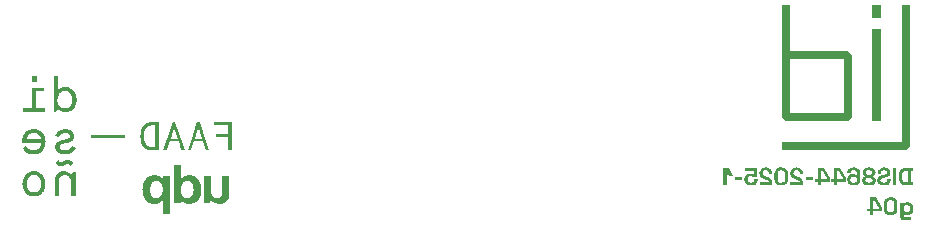
<source format=gbr>
%TF.GenerationSoftware,KiCad,Pcbnew,9.0.2*%
%TF.CreationDate,2025-06-20T15:29:42-04:00*%
%TF.ProjectId,proyecto02,70726f79-6563-4746-9f30-322e6b696361,rev?*%
%TF.SameCoordinates,Original*%
%TF.FileFunction,Legend,Bot*%
%TF.FilePolarity,Positive*%
%FSLAX46Y46*%
G04 Gerber Fmt 4.6, Leading zero omitted, Abs format (unit mm)*
G04 Created by KiCad (PCBNEW 9.0.2) date 2025-06-20 15:29:42*
%MOMM*%
%LPD*%
G01*
G04 APERTURE LIST*
%ADD10C,0.000000*%
%ADD11C,0.300000*%
G04 APERTURE END LIST*
D10*
G36*
X40202438Y-107500000D02*
G01*
X39750000Y-107500000D01*
X39750000Y-107023750D01*
X40202438Y-107023750D01*
X40202438Y-107500000D01*
G37*
G36*
X42035352Y-114120010D02*
G01*
X42035285Y-114119875D01*
X42035523Y-114119875D01*
X42035352Y-114120010D01*
G37*
G36*
X42809312Y-114091364D02*
G01*
X42835178Y-114092703D01*
X42860885Y-114095086D01*
X42886382Y-114098515D01*
X42911616Y-114102993D01*
X42936536Y-114108521D01*
X42961090Y-114115100D01*
X42985226Y-114122733D01*
X43008892Y-114131420D01*
X43032035Y-114141163D01*
X43054604Y-114151965D01*
X43076547Y-114163827D01*
X43097812Y-114176750D01*
X43118347Y-114190736D01*
X43138100Y-114205787D01*
X43157018Y-114221904D01*
X43175051Y-114239089D01*
X43192146Y-114257344D01*
X43208251Y-114276671D01*
X43223314Y-114297070D01*
X43237283Y-114318544D01*
X43250106Y-114341095D01*
X43261731Y-114364724D01*
X43272107Y-114389432D01*
X43023504Y-114573265D01*
X42988500Y-114561596D01*
X42973586Y-114535570D01*
X42958534Y-114512587D01*
X42943350Y-114492516D01*
X42928036Y-114475223D01*
X42912595Y-114460576D01*
X42897031Y-114448440D01*
X42881347Y-114438684D01*
X42865546Y-114431175D01*
X42849631Y-114425779D01*
X42833605Y-114422363D01*
X42817472Y-114420795D01*
X42801236Y-114420942D01*
X42784898Y-114422670D01*
X42768463Y-114425847D01*
X42751934Y-114430340D01*
X42735313Y-114436016D01*
X42718605Y-114442741D01*
X42701812Y-114450384D01*
X42667984Y-114467888D01*
X42599455Y-114508052D01*
X42564806Y-114528584D01*
X42529933Y-114547998D01*
X42494864Y-114565230D01*
X42477264Y-114572696D01*
X42459624Y-114579218D01*
X42432781Y-114587822D01*
X42406148Y-114595375D01*
X42379734Y-114601879D01*
X42353550Y-114607337D01*
X42327604Y-114611750D01*
X42301906Y-114615120D01*
X42276465Y-114617451D01*
X42251291Y-114618743D01*
X42226392Y-114619000D01*
X42201779Y-114618224D01*
X42177460Y-114616416D01*
X42153446Y-114613579D01*
X42129745Y-114609716D01*
X42106366Y-114604828D01*
X42083320Y-114598918D01*
X42060616Y-114591988D01*
X42038262Y-114584039D01*
X42016269Y-114575076D01*
X41994645Y-114565099D01*
X41973400Y-114554110D01*
X41952544Y-114542113D01*
X41932086Y-114529109D01*
X41912034Y-114515101D01*
X41892399Y-114500090D01*
X41873191Y-114484079D01*
X41854417Y-114467070D01*
X41836088Y-114449066D01*
X41818213Y-114430069D01*
X41800802Y-114410080D01*
X41783863Y-114389102D01*
X41767406Y-114367138D01*
X41751441Y-114344189D01*
X42035352Y-114120010D01*
X42050766Y-114150985D01*
X42066353Y-114178562D01*
X42082048Y-114202758D01*
X42097847Y-114223729D01*
X42113750Y-114241627D01*
X42129756Y-114256607D01*
X42145864Y-114268824D01*
X42162072Y-114278429D01*
X42178379Y-114285579D01*
X42194783Y-114290426D01*
X42211285Y-114293125D01*
X42227882Y-114293828D01*
X42244573Y-114292692D01*
X42261357Y-114289868D01*
X42278232Y-114285512D01*
X42295198Y-114279776D01*
X42312254Y-114272816D01*
X42329398Y-114264784D01*
X42363944Y-114246123D01*
X42398828Y-114225025D01*
X42434040Y-114202720D01*
X42469570Y-114180441D01*
X42505409Y-114159418D01*
X42541546Y-114140882D01*
X42559723Y-114132932D01*
X42577972Y-114126066D01*
X42602924Y-114118075D01*
X42628185Y-114111114D01*
X42653704Y-114105185D01*
X42679428Y-114100288D01*
X42705306Y-114096427D01*
X42731285Y-114093602D01*
X42757314Y-114091816D01*
X42783340Y-114091069D01*
X42809312Y-114091364D01*
G37*
G36*
X40821563Y-108285812D02*
G01*
X40131000Y-108285812D01*
X40131000Y-109666937D01*
X40893000Y-109666937D01*
X40893000Y-110000313D01*
X38988001Y-110000313D01*
X38988001Y-109666937D01*
X39773813Y-109666937D01*
X39773813Y-107976250D01*
X40821563Y-107976250D01*
X40821563Y-108285812D01*
G37*
G36*
X42529441Y-115046407D02*
G01*
X42573552Y-115050899D01*
X42617375Y-115057863D01*
X42660777Y-115067297D01*
X42703620Y-115079200D01*
X42745771Y-115093572D01*
X42787094Y-115110412D01*
X42827452Y-115129717D01*
X42866711Y-115151489D01*
X42904736Y-115175725D01*
X42941391Y-115202424D01*
X42976541Y-115231586D01*
X43010050Y-115263209D01*
X43041782Y-115297293D01*
X43071604Y-115333836D01*
X43095606Y-115294842D01*
X43121551Y-115254410D01*
X43147853Y-115214587D01*
X43172926Y-115177418D01*
X43213050Y-115119223D01*
X43229243Y-115096188D01*
X43464511Y-115096188D01*
X43464511Y-117120250D01*
X43085654Y-117120250D01*
X43085654Y-116032971D01*
X43083519Y-115961152D01*
X43080852Y-115926464D01*
X43077117Y-115892621D01*
X43072315Y-115859647D01*
X43066448Y-115827564D01*
X43059513Y-115796397D01*
X43051513Y-115766167D01*
X43042447Y-115736899D01*
X43032314Y-115708616D01*
X43021117Y-115681340D01*
X43008853Y-115655095D01*
X42995525Y-115629905D01*
X42981131Y-115605791D01*
X42965673Y-115582778D01*
X42949149Y-115560889D01*
X42931561Y-115540147D01*
X42912909Y-115520575D01*
X42893192Y-115502196D01*
X42872412Y-115485033D01*
X42850567Y-115469111D01*
X42827659Y-115454451D01*
X42803687Y-115441077D01*
X42778652Y-115429013D01*
X42752554Y-115418281D01*
X42725392Y-115408904D01*
X42697168Y-115400907D01*
X42667881Y-115394312D01*
X42637532Y-115389141D01*
X42606120Y-115385420D01*
X42573646Y-115383170D01*
X42540110Y-115382415D01*
X42497194Y-115383970D01*
X42454657Y-115388650D01*
X42412830Y-115396476D01*
X42392286Y-115401575D01*
X42372043Y-115407470D01*
X42352141Y-115414161D01*
X42332624Y-115421653D01*
X42313530Y-115429948D01*
X42294903Y-115439048D01*
X42276782Y-115448956D01*
X42259210Y-115459676D01*
X42242227Y-115471208D01*
X42225875Y-115483558D01*
X42210195Y-115496726D01*
X42195227Y-115510716D01*
X42181014Y-115525530D01*
X42167596Y-115541172D01*
X42155015Y-115557643D01*
X42143312Y-115574947D01*
X42132528Y-115593086D01*
X42122704Y-115612063D01*
X42113881Y-115631881D01*
X42106101Y-115652542D01*
X42099405Y-115674049D01*
X42093834Y-115696405D01*
X42089430Y-115719612D01*
X42086233Y-115743674D01*
X42084284Y-115768592D01*
X42083625Y-115794370D01*
X42083625Y-117120250D01*
X41726438Y-117120250D01*
X41726318Y-117120369D01*
X41726197Y-117120487D01*
X41726197Y-115772225D01*
X41726772Y-115744693D01*
X41728462Y-115717642D01*
X41731217Y-115691070D01*
X41734986Y-115664978D01*
X41739717Y-115639367D01*
X41745360Y-115614235D01*
X41751864Y-115589584D01*
X41759178Y-115565412D01*
X41767251Y-115541721D01*
X41776033Y-115518509D01*
X41785471Y-115495777D01*
X41795515Y-115473526D01*
X41806115Y-115451754D01*
X41817219Y-115430463D01*
X41828777Y-115409651D01*
X41840737Y-115389320D01*
X41866860Y-115349153D01*
X41895133Y-115311476D01*
X41925421Y-115276288D01*
X41957589Y-115243587D01*
X41991500Y-115213373D01*
X42027020Y-115185645D01*
X42064013Y-115160401D01*
X42102343Y-115137640D01*
X42141876Y-115117362D01*
X42182476Y-115099565D01*
X42224008Y-115084249D01*
X42266335Y-115071413D01*
X42309324Y-115061055D01*
X42352838Y-115053174D01*
X42396742Y-115047770D01*
X42440901Y-115044842D01*
X42485179Y-115044388D01*
X42529441Y-115046407D01*
G37*
G36*
X42715425Y-111478971D02*
G01*
X42782343Y-111487731D01*
X42847705Y-111500954D01*
X42911068Y-111518657D01*
X42971991Y-111540852D01*
X43030030Y-111567555D01*
X43084743Y-111598781D01*
X43135686Y-111634543D01*
X43182418Y-111674856D01*
X43224496Y-111719735D01*
X43261477Y-111769195D01*
X43292919Y-111823249D01*
X43318378Y-111881912D01*
X43337412Y-111945200D01*
X43349579Y-112013126D01*
X43354436Y-112085704D01*
X43351540Y-112162951D01*
X43340449Y-112244879D01*
X43336512Y-112263312D01*
X43331516Y-112281287D01*
X43325506Y-112298808D01*
X43318525Y-112315876D01*
X43310616Y-112332493D01*
X43301825Y-112348664D01*
X43292193Y-112364389D01*
X43281766Y-112379673D01*
X43270587Y-112394517D01*
X43258700Y-112408924D01*
X43232975Y-112436438D01*
X43204943Y-112462236D01*
X43174953Y-112486338D01*
X43143355Y-112508767D01*
X43110501Y-112529541D01*
X43076739Y-112548684D01*
X43042421Y-112566215D01*
X43007896Y-112582155D01*
X42973515Y-112596525D01*
X42939628Y-112609347D01*
X42906585Y-112620641D01*
X42883563Y-112627565D01*
X42858219Y-112634261D01*
X42801434Y-112647180D01*
X42669562Y-112672581D01*
X42524875Y-112700170D01*
X42452073Y-112715824D01*
X42381282Y-112733273D01*
X42363586Y-112738379D01*
X42346157Y-112744174D01*
X42329034Y-112750636D01*
X42312258Y-112757745D01*
X42295872Y-112765482D01*
X42279916Y-112773824D01*
X42264431Y-112782753D01*
X42249458Y-112792246D01*
X42235038Y-112802285D01*
X42221212Y-112812848D01*
X42208022Y-112823915D01*
X42195508Y-112835465D01*
X42183712Y-112847478D01*
X42172675Y-112859934D01*
X42162437Y-112872811D01*
X42153039Y-112886090D01*
X42144524Y-112899750D01*
X42136931Y-112913770D01*
X42130303Y-112928130D01*
X42124679Y-112942809D01*
X42120102Y-112957788D01*
X42116611Y-112973045D01*
X42114249Y-112988559D01*
X42113057Y-113004312D01*
X42113074Y-113020281D01*
X42114343Y-113036447D01*
X42116905Y-113052788D01*
X42120800Y-113069285D01*
X42126070Y-113085918D01*
X42132756Y-113102664D01*
X42140898Y-113119505D01*
X42150539Y-113136419D01*
X42166081Y-113158495D01*
X42184196Y-113178503D01*
X42204712Y-113196493D01*
X42227455Y-113212519D01*
X42252253Y-113226632D01*
X42278933Y-113238883D01*
X42307322Y-113249326D01*
X42337247Y-113258012D01*
X42368536Y-113264993D01*
X42401015Y-113270321D01*
X42434512Y-113274047D01*
X42468855Y-113276225D01*
X42539384Y-113276141D01*
X42611220Y-113270484D01*
X42682981Y-113259670D01*
X42753285Y-113244116D01*
X42820748Y-113224235D01*
X42883989Y-113200446D01*
X42941625Y-113173162D01*
X42967909Y-113158340D01*
X42992274Y-113142801D01*
X43014546Y-113126596D01*
X43034554Y-113109777D01*
X43052123Y-113092397D01*
X43067082Y-113074507D01*
X43083092Y-113052433D01*
X43098235Y-113030256D01*
X43112468Y-113007873D01*
X43119230Y-112996572D01*
X43125749Y-112985180D01*
X43132020Y-112973685D01*
X43138037Y-112962074D01*
X43143796Y-112950334D01*
X43149290Y-112938452D01*
X43154515Y-112926414D01*
X43159466Y-112914210D01*
X43164137Y-112901824D01*
X43168522Y-112889245D01*
X43168763Y-112889243D01*
X43494994Y-113056408D01*
X43482712Y-113083536D01*
X43467104Y-113114360D01*
X43444958Y-113153950D01*
X43431380Y-113176389D01*
X43416103Y-113200248D01*
X43399107Y-113225270D01*
X43380370Y-113251198D01*
X43359871Y-113277774D01*
X43337588Y-113304743D01*
X43313500Y-113331846D01*
X43287587Y-113358826D01*
X43245311Y-113397446D01*
X43199004Y-113433048D01*
X43149032Y-113465594D01*
X43095761Y-113495049D01*
X43039556Y-113521376D01*
X42980783Y-113544538D01*
X42919809Y-113564498D01*
X42856998Y-113581221D01*
X42792716Y-113594669D01*
X42727330Y-113604805D01*
X42661204Y-113611594D01*
X42594705Y-113614997D01*
X42528198Y-113614980D01*
X42462050Y-113611505D01*
X42396625Y-113604536D01*
X42332289Y-113594035D01*
X42269409Y-113579967D01*
X42208350Y-113562294D01*
X42149478Y-113540981D01*
X42093158Y-113515990D01*
X42039756Y-113487284D01*
X41989639Y-113454828D01*
X41943171Y-113418585D01*
X41900718Y-113378517D01*
X41862646Y-113334589D01*
X41829321Y-113286763D01*
X41801109Y-113235004D01*
X41778375Y-113179274D01*
X41761486Y-113119536D01*
X41750806Y-113055755D01*
X41746701Y-112987894D01*
X41749538Y-112915915D01*
X41755827Y-112866556D01*
X41765733Y-112820666D01*
X41779073Y-112778091D01*
X41795665Y-112738676D01*
X41815324Y-112702265D01*
X41837870Y-112668706D01*
X41863119Y-112637843D01*
X41890888Y-112609522D01*
X41920995Y-112583588D01*
X41953257Y-112559887D01*
X41987491Y-112538265D01*
X42023515Y-112518566D01*
X42100202Y-112484321D01*
X42181854Y-112455916D01*
X42267012Y-112432116D01*
X42354213Y-112411684D01*
X42528899Y-112375980D01*
X42613461Y-112358236D01*
X42694220Y-112338915D01*
X42769715Y-112316781D01*
X42838484Y-112290598D01*
X42863081Y-112278710D01*
X42885507Y-112265741D01*
X42905800Y-112251779D01*
X42923998Y-112236913D01*
X42940138Y-112221231D01*
X42954260Y-112204821D01*
X42966399Y-112187772D01*
X42976595Y-112170171D01*
X42984885Y-112152108D01*
X42991307Y-112133670D01*
X42995898Y-112114945D01*
X42998697Y-112096023D01*
X42999742Y-112076991D01*
X42999070Y-112057937D01*
X42996719Y-112038951D01*
X42992727Y-112020119D01*
X42987132Y-112001531D01*
X42979972Y-111983275D01*
X42971284Y-111965439D01*
X42961107Y-111948111D01*
X42949478Y-111931380D01*
X42936435Y-111915334D01*
X42922015Y-111900061D01*
X42906258Y-111885649D01*
X42889200Y-111872188D01*
X42870880Y-111859764D01*
X42851335Y-111848467D01*
X42830603Y-111838384D01*
X42808723Y-111829605D01*
X42785731Y-111822217D01*
X42761665Y-111816308D01*
X42736565Y-111811968D01*
X42704989Y-111808080D01*
X42674233Y-111805211D01*
X42644278Y-111803360D01*
X42615109Y-111802526D01*
X42586707Y-111802709D01*
X42559058Y-111803907D01*
X42532142Y-111806119D01*
X42505945Y-111809345D01*
X42480448Y-111813583D01*
X42455635Y-111818834D01*
X42431489Y-111825095D01*
X42407993Y-111832365D01*
X42385130Y-111840645D01*
X42362884Y-111849933D01*
X42341237Y-111860228D01*
X42320173Y-111871529D01*
X42299675Y-111883835D01*
X42279726Y-111897146D01*
X42260309Y-111911460D01*
X42241407Y-111926777D01*
X42223003Y-111943096D01*
X42205080Y-111960415D01*
X42187622Y-111978734D01*
X42170612Y-111998051D01*
X42154033Y-112018367D01*
X42137867Y-112039680D01*
X42122099Y-112061989D01*
X42106710Y-112085293D01*
X42077007Y-112134883D01*
X42048621Y-112188443D01*
X41755252Y-112027233D01*
X41758935Y-112015754D01*
X41763816Y-112002105D01*
X41770967Y-111983804D01*
X41780575Y-111961318D01*
X41792822Y-111935111D01*
X41807894Y-111905651D01*
X41816546Y-111889847D01*
X41825974Y-111873403D01*
X41863110Y-111816943D01*
X41905330Y-111764729D01*
X41952191Y-111716776D01*
X42003250Y-111673098D01*
X42058066Y-111633710D01*
X42116196Y-111598627D01*
X42177196Y-111567863D01*
X42240624Y-111541432D01*
X42306037Y-111519349D01*
X42372994Y-111501628D01*
X42441050Y-111488285D01*
X42509764Y-111479333D01*
X42578693Y-111474787D01*
X42647394Y-111474662D01*
X42715425Y-111478971D01*
G37*
G36*
X40914633Y-116122400D02*
G01*
X40910383Y-116222161D01*
X40898632Y-116321047D01*
X40879330Y-116418275D01*
X40852426Y-116513059D01*
X40817871Y-116604613D01*
X40775614Y-116692153D01*
X40725605Y-116774892D01*
X40667794Y-116852046D01*
X40602130Y-116922828D01*
X40528563Y-116986455D01*
X40447043Y-117042139D01*
X40357521Y-117089097D01*
X40259944Y-117126542D01*
X40154264Y-117153690D01*
X40040430Y-117169755D01*
X39918392Y-117173951D01*
X39788099Y-117165493D01*
X39683193Y-117147544D01*
X39585356Y-117118518D01*
X39494623Y-117079213D01*
X39411029Y-117030427D01*
X39334610Y-116972958D01*
X39265402Y-116907605D01*
X39203439Y-116835164D01*
X39148756Y-116756435D01*
X39101390Y-116672215D01*
X39061375Y-116583303D01*
X39028746Y-116490495D01*
X39003540Y-116394592D01*
X38985791Y-116296389D01*
X38975535Y-116196687D01*
X38973820Y-116133594D01*
X39337455Y-116133594D01*
X39338101Y-116182417D01*
X39340835Y-116230406D01*
X39345682Y-116277446D01*
X39352663Y-116323422D01*
X39361802Y-116368219D01*
X39373123Y-116411721D01*
X39386647Y-116453814D01*
X39402399Y-116494381D01*
X39420401Y-116533307D01*
X39440677Y-116570478D01*
X39463249Y-116605778D01*
X39488141Y-116639091D01*
X39515375Y-116670303D01*
X39544976Y-116699298D01*
X39576966Y-116725961D01*
X39611368Y-116750176D01*
X39648205Y-116771829D01*
X39687500Y-116790803D01*
X39729277Y-116806985D01*
X39773559Y-116820257D01*
X39820368Y-116830506D01*
X39869728Y-116837615D01*
X39921662Y-116841470D01*
X39976193Y-116841956D01*
X40033344Y-116838956D01*
X40093139Y-116832356D01*
X40148610Y-116821108D01*
X40200462Y-116803493D01*
X40248703Y-116779928D01*
X40293340Y-116750832D01*
X40334383Y-116716623D01*
X40371839Y-116677718D01*
X40405717Y-116634535D01*
X40436024Y-116587493D01*
X40462769Y-116537009D01*
X40485960Y-116483501D01*
X40505606Y-116427387D01*
X40521714Y-116369085D01*
X40534292Y-116309013D01*
X40543350Y-116247589D01*
X40548894Y-116185231D01*
X40550934Y-116122357D01*
X40549478Y-116059384D01*
X40544533Y-115996730D01*
X40536108Y-115934815D01*
X40524211Y-115874054D01*
X40508850Y-115814867D01*
X40490033Y-115757671D01*
X40467770Y-115702885D01*
X40442067Y-115650925D01*
X40412933Y-115602211D01*
X40380376Y-115557159D01*
X40344405Y-115516188D01*
X40305027Y-115479717D01*
X40262252Y-115448161D01*
X40216086Y-115421941D01*
X40166538Y-115401473D01*
X40113617Y-115387176D01*
X40113617Y-115387413D01*
X40080590Y-115381348D01*
X40047919Y-115376633D01*
X40015634Y-115373260D01*
X39983763Y-115371224D01*
X39952334Y-115370517D01*
X39921378Y-115371133D01*
X39890921Y-115373065D01*
X39860994Y-115376307D01*
X39831624Y-115380852D01*
X39802840Y-115386692D01*
X39774672Y-115393822D01*
X39747148Y-115402235D01*
X39720297Y-115411924D01*
X39694147Y-115422883D01*
X39668727Y-115435104D01*
X39644066Y-115448582D01*
X39620192Y-115463309D01*
X39597135Y-115479278D01*
X39574923Y-115496484D01*
X39553585Y-115514919D01*
X39533150Y-115534578D01*
X39513646Y-115555452D01*
X39495101Y-115577535D01*
X39477546Y-115600822D01*
X39461008Y-115625304D01*
X39445516Y-115650976D01*
X39431099Y-115677831D01*
X39417786Y-115705861D01*
X39405605Y-115735062D01*
X39394586Y-115765424D01*
X39384756Y-115796943D01*
X39376145Y-115829612D01*
X39364745Y-115881014D01*
X39355294Y-115932275D01*
X39347817Y-115983279D01*
X39342336Y-116033910D01*
X39338874Y-116084053D01*
X39337455Y-116133594D01*
X38973820Y-116133594D01*
X38972806Y-116096281D01*
X38977641Y-115995972D01*
X38990075Y-115896556D01*
X39010142Y-115798832D01*
X39037879Y-115703597D01*
X39073320Y-115611651D01*
X39116501Y-115523790D01*
X39167457Y-115440813D01*
X39226224Y-115363518D01*
X39292837Y-115292703D01*
X39367331Y-115229166D01*
X39449741Y-115173706D01*
X39540103Y-115127119D01*
X39638452Y-115090204D01*
X39744823Y-115063760D01*
X39859253Y-115048584D01*
X39981775Y-115045475D01*
X40112425Y-115055229D01*
X40214662Y-115073848D01*
X40310151Y-115103374D01*
X40398842Y-115143021D01*
X40480686Y-115192004D01*
X40555631Y-115249539D01*
X40623628Y-115314838D01*
X40684626Y-115387118D01*
X40738575Y-115465593D01*
X40785426Y-115549477D01*
X40825127Y-115637986D01*
X40857628Y-115730333D01*
X40882879Y-115825733D01*
X40900831Y-115923401D01*
X40911432Y-116022552D01*
X40914631Y-116122357D01*
X40914633Y-116122400D01*
G37*
G36*
X40909432Y-112336317D02*
G01*
X40919633Y-112425199D01*
X40923717Y-112514838D01*
X40921725Y-112604656D01*
X40913696Y-112694077D01*
X40899666Y-112782524D01*
X40879677Y-112869422D01*
X40853765Y-112954193D01*
X40821971Y-113036261D01*
X40784333Y-113115051D01*
X40740889Y-113189984D01*
X40691678Y-113260486D01*
X40636740Y-113325978D01*
X40576112Y-113385886D01*
X40509834Y-113439632D01*
X40437944Y-113486640D01*
X40360482Y-113526333D01*
X40277485Y-113558135D01*
X40188993Y-113581470D01*
X40095045Y-113595762D01*
X40009868Y-113602799D01*
X39926126Y-113606649D01*
X39844061Y-113606874D01*
X39763913Y-113603032D01*
X39724634Y-113599449D01*
X39685924Y-113594683D01*
X39647814Y-113588681D01*
X39610334Y-113581388D01*
X39573515Y-113572747D01*
X39537385Y-113562705D01*
X39501976Y-113551206D01*
X39467318Y-113538195D01*
X39433440Y-113523617D01*
X39400373Y-113507417D01*
X39368146Y-113489541D01*
X39336791Y-113469932D01*
X39306337Y-113448537D01*
X39276814Y-113425299D01*
X39248253Y-113400164D01*
X39220683Y-113373078D01*
X39194135Y-113343984D01*
X39168639Y-113312828D01*
X39144224Y-113279555D01*
X39120922Y-113244110D01*
X39098762Y-113206437D01*
X39077774Y-113166483D01*
X39057989Y-113124191D01*
X39039436Y-113079507D01*
X39034673Y-113046883D01*
X39307089Y-112907343D01*
X39335864Y-112964279D01*
X39368235Y-113016407D01*
X39403911Y-113063788D01*
X39442599Y-113106481D01*
X39484005Y-113144548D01*
X39527837Y-113178047D01*
X39573802Y-113207040D01*
X39621607Y-113231587D01*
X39670959Y-113251748D01*
X39721567Y-113267583D01*
X39773135Y-113279152D01*
X39825373Y-113286517D01*
X39877986Y-113289736D01*
X39930683Y-113288870D01*
X39983170Y-113283981D01*
X40035155Y-113275126D01*
X40086344Y-113262368D01*
X40136446Y-113245767D01*
X40185166Y-113225382D01*
X40232213Y-113201273D01*
X40277292Y-113173502D01*
X40320113Y-113142128D01*
X40360381Y-113107212D01*
X40397804Y-113068813D01*
X40432089Y-113026993D01*
X40462944Y-112981811D01*
X40490074Y-112933328D01*
X40513189Y-112881603D01*
X40531994Y-112826698D01*
X40546197Y-112768672D01*
X40555505Y-112707586D01*
X40559625Y-112643500D01*
X38971334Y-112643500D01*
X38965731Y-112587697D01*
X38962067Y-112525486D01*
X38960797Y-112447106D01*
X38961756Y-112403425D01*
X38964148Y-112357587D01*
X38968253Y-112310221D01*
X38968265Y-112310125D01*
X39345188Y-112310125D01*
X40535812Y-112310125D01*
X40525749Y-112250213D01*
X40510187Y-112193946D01*
X40489501Y-112141344D01*
X40464065Y-112092432D01*
X40434253Y-112047229D01*
X40400442Y-112005760D01*
X40363006Y-111968045D01*
X40322319Y-111934107D01*
X40278757Y-111903968D01*
X40232693Y-111877650D01*
X40184504Y-111855175D01*
X40134563Y-111836565D01*
X40083246Y-111821843D01*
X40030928Y-111811030D01*
X39977982Y-111804149D01*
X39924785Y-111801222D01*
X39871710Y-111802270D01*
X39819133Y-111807317D01*
X39767428Y-111816383D01*
X39716970Y-111829491D01*
X39668135Y-111846664D01*
X39621296Y-111867923D01*
X39576829Y-111893290D01*
X39535108Y-111922788D01*
X39496508Y-111956439D01*
X39461405Y-111994265D01*
X39430172Y-112036287D01*
X39403185Y-112082528D01*
X39380818Y-112133010D01*
X39363446Y-112187756D01*
X39351445Y-112246787D01*
X39345188Y-112310125D01*
X38968265Y-112310125D01*
X38974348Y-112261956D01*
X38982711Y-112213421D01*
X38993622Y-112165243D01*
X39007358Y-112118052D01*
X39024198Y-112072476D01*
X39041230Y-112026257D01*
X39060224Y-111981981D01*
X39081112Y-111939638D01*
X39103824Y-111899221D01*
X39128292Y-111860718D01*
X39154448Y-111824123D01*
X39182224Y-111789424D01*
X39211550Y-111756614D01*
X39242359Y-111725683D01*
X39274582Y-111696622D01*
X39308150Y-111669421D01*
X39342996Y-111644073D01*
X39379050Y-111620566D01*
X39416244Y-111598894D01*
X39454510Y-111579046D01*
X39493780Y-111561013D01*
X39575055Y-111530357D01*
X39659521Y-111506852D01*
X39746632Y-111490427D01*
X39835839Y-111481007D01*
X39926595Y-111478520D01*
X40018351Y-111482894D01*
X40110562Y-111494055D01*
X40202678Y-111511930D01*
X40295908Y-111538526D01*
X40382518Y-111573373D01*
X40462547Y-111615893D01*
X40536035Y-111665510D01*
X40603019Y-111721648D01*
X40663539Y-111783730D01*
X40717633Y-111851180D01*
X40765341Y-111923421D01*
X40806700Y-111999876D01*
X40841750Y-112079970D01*
X40870530Y-112163126D01*
X40893078Y-112248767D01*
X40904539Y-112310125D01*
X40909432Y-112336317D01*
G37*
G36*
X43552498Y-108966314D02*
G01*
X43548741Y-109073947D01*
X43536563Y-109180723D01*
X43516007Y-109285671D01*
X43487118Y-109387818D01*
X43449942Y-109486192D01*
X43404522Y-109579821D01*
X43350904Y-109667734D01*
X43289132Y-109748957D01*
X43219250Y-109822518D01*
X43141304Y-109887446D01*
X43055339Y-109942769D01*
X42961397Y-109987513D01*
X42859525Y-110020708D01*
X42749767Y-110041380D01*
X42632168Y-110048558D01*
X42506772Y-110041270D01*
X42462809Y-110035153D01*
X42421139Y-110027285D01*
X42381537Y-110017718D01*
X42343779Y-110006504D01*
X42307642Y-109993692D01*
X42272900Y-109979337D01*
X42239329Y-109963488D01*
X42206705Y-109946199D01*
X42174804Y-109927519D01*
X42143402Y-109907501D01*
X42112273Y-109886197D01*
X42081195Y-109863659D01*
X42049942Y-109839936D01*
X42018290Y-109815083D01*
X41952893Y-109762187D01*
X41838832Y-110003646D01*
X41607375Y-110000313D01*
X41607373Y-110000313D01*
X41607218Y-109008076D01*
X41932624Y-109008076D01*
X41938203Y-109083277D01*
X41949718Y-109157514D01*
X41967159Y-109230087D01*
X41990514Y-109300296D01*
X42019770Y-109367440D01*
X42054917Y-109430820D01*
X42095941Y-109489737D01*
X42142833Y-109543489D01*
X42195579Y-109591377D01*
X42254168Y-109632701D01*
X42318589Y-109666762D01*
X42388830Y-109692859D01*
X42464878Y-109710292D01*
X42546723Y-109718361D01*
X42634352Y-109716367D01*
X42727754Y-109703609D01*
X42784693Y-109689119D01*
X42838028Y-109668349D01*
X42887737Y-109641724D01*
X42933800Y-109609674D01*
X42976197Y-109572625D01*
X43014908Y-109531006D01*
X43049911Y-109485242D01*
X43081187Y-109435763D01*
X43108714Y-109382995D01*
X43132474Y-109327366D01*
X43152444Y-109269303D01*
X43168605Y-109209233D01*
X43180936Y-109147586D01*
X43189417Y-109084786D01*
X43194027Y-109021264D01*
X43194746Y-108957444D01*
X43191553Y-108893756D01*
X43184428Y-108830627D01*
X43173351Y-108768483D01*
X43158301Y-108707754D01*
X43139257Y-108648865D01*
X43116200Y-108592245D01*
X43089108Y-108538320D01*
X43057961Y-108487520D01*
X43022740Y-108440270D01*
X42983422Y-108396998D01*
X42939989Y-108358133D01*
X42892419Y-108324101D01*
X42840691Y-108295330D01*
X42784787Y-108272247D01*
X42724684Y-108255279D01*
X42660364Y-108244855D01*
X42569355Y-108240294D01*
X42484472Y-108245968D01*
X42405701Y-108261176D01*
X42333032Y-108285219D01*
X42266452Y-108317397D01*
X42205950Y-108357010D01*
X42151514Y-108403358D01*
X42103132Y-108455741D01*
X42060793Y-108513460D01*
X42024484Y-108575813D01*
X41994195Y-108642102D01*
X41969913Y-108711626D01*
X41951626Y-108783685D01*
X41939324Y-108857580D01*
X41932994Y-108932610D01*
X41932624Y-109008076D01*
X41607218Y-109008076D01*
X41606897Y-106954456D01*
X41964561Y-106952313D01*
X41964561Y-108190562D01*
X42014453Y-108146378D01*
X42066780Y-108102434D01*
X42093851Y-108080982D01*
X42121524Y-108060108D01*
X42149797Y-108039983D01*
X42178666Y-108020779D01*
X42208129Y-108002670D01*
X42238184Y-107985826D01*
X42268829Y-107970421D01*
X42300061Y-107956627D01*
X42331878Y-107944616D01*
X42364277Y-107934561D01*
X42397255Y-107926633D01*
X42430811Y-107921005D01*
X42567875Y-107910127D01*
X42695803Y-107913947D01*
X42814640Y-107931492D01*
X42924429Y-107961791D01*
X43025217Y-108003872D01*
X43117046Y-108056763D01*
X43199963Y-108119491D01*
X43274012Y-108191083D01*
X43339236Y-108270569D01*
X43395682Y-108356976D01*
X43443394Y-108449332D01*
X43482415Y-108546664D01*
X43512792Y-108648000D01*
X43534568Y-108752369D01*
X43547789Y-108858797D01*
X43552110Y-108957444D01*
X43552498Y-108966314D01*
G37*
G36*
X47680514Y-112204397D02*
G01*
X44750149Y-112204397D01*
X44750149Y-111951984D01*
X47680514Y-111951984D01*
X47680514Y-112204397D01*
G37*
G36*
X50515156Y-113258815D02*
G01*
X49823640Y-113258815D01*
X49777996Y-113257596D01*
X49733114Y-113253954D01*
X49689040Y-113247914D01*
X49645817Y-113239501D01*
X49603492Y-113228740D01*
X49562109Y-113215655D01*
X49521714Y-113200272D01*
X49482351Y-113182615D01*
X49444066Y-113162709D01*
X49406903Y-113140578D01*
X49370908Y-113116248D01*
X49336125Y-113089743D01*
X49302600Y-113061088D01*
X49270378Y-113030307D01*
X49239504Y-112997426D01*
X49210022Y-112962469D01*
X49181978Y-112925461D01*
X49155417Y-112886427D01*
X49130384Y-112845391D01*
X49106924Y-112802378D01*
X49085082Y-112757414D01*
X49064903Y-112710522D01*
X49046432Y-112661728D01*
X49029714Y-112611056D01*
X49014794Y-112558531D01*
X49001717Y-112504178D01*
X48990529Y-112448022D01*
X48981273Y-112390087D01*
X48973997Y-112330398D01*
X48968743Y-112268980D01*
X48965558Y-112205858D01*
X48964486Y-112141056D01*
X48964486Y-112034375D01*
X49245234Y-112034375D01*
X49245234Y-112128911D01*
X49248511Y-112227377D01*
X49258158Y-112320596D01*
X49273896Y-112408413D01*
X49283963Y-112450250D01*
X49295449Y-112490678D01*
X49308319Y-112529681D01*
X49322538Y-112567238D01*
X49338072Y-112603331D01*
X49354885Y-112637941D01*
X49372944Y-112671047D01*
X49392214Y-112702633D01*
X49412660Y-112732677D01*
X49434246Y-112761162D01*
X49456939Y-112788068D01*
X49480704Y-112813377D01*
X49505506Y-112837068D01*
X49531310Y-112859124D01*
X49558082Y-112879525D01*
X49585786Y-112898251D01*
X49614389Y-112915285D01*
X49643856Y-112930607D01*
X49674151Y-112944197D01*
X49705240Y-112956037D01*
X49737089Y-112966108D01*
X49769662Y-112974390D01*
X49802925Y-112980865D01*
X49836844Y-112985514D01*
X49871383Y-112988317D01*
X49906508Y-112989256D01*
X50217260Y-112989256D01*
X50217260Y-111174030D01*
X49906508Y-111174030D01*
X49871383Y-111174968D01*
X49836844Y-111177771D01*
X49802925Y-111182420D01*
X49769662Y-111188895D01*
X49737089Y-111197178D01*
X49705240Y-111207248D01*
X49674151Y-111219089D01*
X49643856Y-111232679D01*
X49614389Y-111248001D01*
X49585786Y-111265034D01*
X49558082Y-111283761D01*
X49531310Y-111304162D01*
X49505506Y-111326217D01*
X49480704Y-111349909D01*
X49456939Y-111375217D01*
X49434246Y-111402124D01*
X49412660Y-111430609D01*
X49392214Y-111460653D01*
X49372944Y-111492238D01*
X49354885Y-111525345D01*
X49338072Y-111559955D01*
X49322538Y-111596048D01*
X49308319Y-111633605D01*
X49295449Y-111672607D01*
X49283963Y-111713036D01*
X49273896Y-111754873D01*
X49265283Y-111798097D01*
X49258158Y-111842691D01*
X49252556Y-111888634D01*
X49248511Y-111935909D01*
X49246059Y-111984495D01*
X49245234Y-112034375D01*
X48964486Y-112034375D01*
X48964486Y-112017946D01*
X48968743Y-111889983D01*
X48981274Y-111768847D01*
X49001717Y-111654736D01*
X49014794Y-111600376D01*
X49029714Y-111547846D01*
X49046432Y-111497171D01*
X49064903Y-111448375D01*
X49085082Y-111401483D01*
X49106924Y-111356520D01*
X49130384Y-111313510D01*
X49155418Y-111272477D01*
X49181979Y-111233447D01*
X49210022Y-111196444D01*
X49239504Y-111161493D01*
X49270379Y-111128619D01*
X49302601Y-111097845D01*
X49336126Y-111069197D01*
X49370908Y-111042699D01*
X49406904Y-111018376D01*
X49444066Y-110996253D01*
X49482352Y-110976354D01*
X49521715Y-110958703D01*
X49562110Y-110943326D01*
X49603493Y-110930248D01*
X49645818Y-110919491D01*
X49689040Y-110911083D01*
X49733115Y-110905046D01*
X49777997Y-110901406D01*
X49823641Y-110900187D01*
X49823640Y-110899949D01*
X50515156Y-110899949D01*
X50515156Y-112989256D01*
X50515156Y-113258815D01*
G37*
G36*
X52733527Y-113258815D02*
G01*
X52422060Y-113258815D01*
X52185126Y-112533724D01*
X51429317Y-112533724D01*
X51192382Y-113258815D01*
X50880915Y-113258815D01*
X51218350Y-112295839D01*
X51506946Y-112295839D01*
X52107259Y-112295839D01*
X51812698Y-111394773D01*
X51801268Y-111394773D01*
X51506946Y-112295839D01*
X51218350Y-112295839D01*
X51534092Y-111394773D01*
X51533853Y-111394772D01*
X51707208Y-110899949D01*
X51906996Y-110899949D01*
X52080350Y-111394772D01*
X52396092Y-112295839D01*
X52733527Y-113258815D01*
G37*
G36*
X54803548Y-113258815D02*
G01*
X54492081Y-113258815D01*
X54255146Y-112533724D01*
X53499338Y-112533724D01*
X53262403Y-113258815D01*
X52950936Y-113258815D01*
X53288371Y-112295839D01*
X53576966Y-112295839D01*
X54177279Y-112295839D01*
X53882719Y-111394773D01*
X53871288Y-111394773D01*
X53576966Y-112295839D01*
X53288371Y-112295839D01*
X53604113Y-111394773D01*
X53603875Y-111394772D01*
X53777229Y-110899949D01*
X53977016Y-110899949D01*
X54150372Y-111394772D01*
X54466113Y-112295839D01*
X54803548Y-113258815D01*
G37*
G36*
X56695927Y-113258815D02*
G01*
X56398271Y-113258815D01*
X56398271Y-112182013D01*
X55395288Y-112182013D01*
X55395288Y-111924125D01*
X56398271Y-111924125D01*
X56398271Y-111178793D01*
X55215504Y-111178793D01*
X55215504Y-110899949D01*
X56695927Y-110899949D01*
X56695927Y-113258815D01*
G37*
G36*
X51477180Y-118694732D02*
G01*
X50857102Y-118694732D01*
X50857102Y-117489105D01*
X50847815Y-117489105D01*
X50807035Y-117534787D01*
X50766176Y-117576144D01*
X50725173Y-117613366D01*
X50683959Y-117646643D01*
X50642468Y-117676166D01*
X50600632Y-117702124D01*
X50558385Y-117724707D01*
X50515661Y-117744107D01*
X50472392Y-117760512D01*
X50428513Y-117774113D01*
X50383956Y-117785100D01*
X50338656Y-117793663D01*
X50292544Y-117799992D01*
X50245556Y-117804277D01*
X50197623Y-117806709D01*
X50148681Y-117807478D01*
X50080197Y-117805785D01*
X50014472Y-117800774D01*
X49951466Y-117792541D01*
X49891142Y-117781185D01*
X49833460Y-117766804D01*
X49778384Y-117749494D01*
X49725873Y-117729354D01*
X49675891Y-117706483D01*
X49628398Y-117680977D01*
X49583358Y-117652935D01*
X49540730Y-117622454D01*
X49500477Y-117589632D01*
X49462562Y-117554568D01*
X49426944Y-117517358D01*
X49393587Y-117478102D01*
X49362451Y-117436896D01*
X49333500Y-117393838D01*
X49306693Y-117349027D01*
X49281994Y-117302560D01*
X49259363Y-117254535D01*
X49238763Y-117205050D01*
X49220154Y-117154202D01*
X49203500Y-117102090D01*
X49188762Y-117048812D01*
X49164878Y-116939146D01*
X49148197Y-116825988D01*
X49138414Y-116710121D01*
X49135221Y-116592327D01*
X49782921Y-116592327D01*
X49784323Y-116651670D01*
X49788699Y-116713237D01*
X49796307Y-116776193D01*
X49807403Y-116839702D01*
X49822244Y-116902928D01*
X49841087Y-116965038D01*
X49864188Y-117025196D01*
X49891804Y-117082567D01*
X49907385Y-117109946D01*
X49924191Y-117136316D01*
X49942255Y-117161571D01*
X49961608Y-117185607D01*
X49982282Y-117208321D01*
X50004309Y-117229607D01*
X50027722Y-117249361D01*
X50052553Y-117267479D01*
X50078833Y-117283856D01*
X50106595Y-117298389D01*
X50135871Y-117310972D01*
X50166693Y-117321501D01*
X50199093Y-117329872D01*
X50233103Y-117335980D01*
X50268755Y-117339722D01*
X50306082Y-117340993D01*
X50343474Y-117339776D01*
X50379320Y-117336187D01*
X50413641Y-117330321D01*
X50446463Y-117322272D01*
X50477808Y-117312134D01*
X50507700Y-117300001D01*
X50536162Y-117285966D01*
X50563219Y-117270124D01*
X50588895Y-117252570D01*
X50613211Y-117233396D01*
X50636193Y-117212697D01*
X50657864Y-117190568D01*
X50678247Y-117167101D01*
X50697367Y-117142392D01*
X50715246Y-117116534D01*
X50731909Y-117089622D01*
X50747378Y-117061749D01*
X50761679Y-117033009D01*
X50774834Y-117003496D01*
X50786866Y-116973306D01*
X50797801Y-116942530D01*
X50807660Y-116911265D01*
X50824249Y-116847638D01*
X50836823Y-116783179D01*
X50845570Y-116718639D01*
X50850679Y-116654771D01*
X50852340Y-116592327D01*
X50850473Y-116530035D01*
X50844789Y-116466598D01*
X50835168Y-116402728D01*
X50821488Y-116339137D01*
X50803628Y-116276538D01*
X50781467Y-116215643D01*
X50754882Y-116157166D01*
X50723753Y-116101819D01*
X50706446Y-116075542D01*
X50687958Y-116050315D01*
X50668273Y-116026226D01*
X50647376Y-116003365D01*
X50625252Y-115981822D01*
X50601886Y-115961684D01*
X50577262Y-115943041D01*
X50551365Y-115925983D01*
X50524181Y-115910598D01*
X50495694Y-115896975D01*
X50465888Y-115885203D01*
X50434749Y-115875372D01*
X50402262Y-115867571D01*
X50368411Y-115861888D01*
X50333181Y-115858414D01*
X50296677Y-115857239D01*
X50259892Y-115858467D01*
X50224665Y-115862095D01*
X50191080Y-115868021D01*
X50159104Y-115876144D01*
X50128703Y-115886366D01*
X50099845Y-115898587D01*
X50072497Y-115912708D01*
X50046625Y-115928628D01*
X50022198Y-115946250D01*
X49999181Y-115965473D01*
X49977542Y-115986198D01*
X49957247Y-116008326D01*
X49938265Y-116031757D01*
X49920561Y-116056391D01*
X49904102Y-116082130D01*
X49888857Y-116108874D01*
X49874791Y-116136523D01*
X49861872Y-116164979D01*
X49850066Y-116194141D01*
X49839341Y-116223911D01*
X49829664Y-116254188D01*
X49821001Y-116284874D01*
X49806588Y-116347073D01*
X49795838Y-116409714D01*
X49788486Y-116471999D01*
X49784268Y-116533135D01*
X49782921Y-116592327D01*
X49135221Y-116592327D01*
X49138410Y-116474690D01*
X49148170Y-116359268D01*
X49164785Y-116246803D01*
X49188542Y-116138036D01*
X49219726Y-116033709D01*
X49258622Y-115934563D01*
X49281052Y-115887165D01*
X49305517Y-115841340D01*
X49332053Y-115797182D01*
X49360695Y-115754782D01*
X49391480Y-115714233D01*
X49424444Y-115675629D01*
X49459621Y-115639062D01*
X49497047Y-115604624D01*
X49536759Y-115572409D01*
X49578792Y-115542509D01*
X49623182Y-115515016D01*
X49669964Y-115490024D01*
X49719174Y-115467625D01*
X49770848Y-115447911D01*
X49825021Y-115430977D01*
X49881730Y-115416913D01*
X49941009Y-115405813D01*
X50002896Y-115397770D01*
X50067424Y-115392876D01*
X50134631Y-115391224D01*
X50201779Y-115393046D01*
X50265918Y-115398424D01*
X50327096Y-115407222D01*
X50385362Y-115419308D01*
X50440765Y-115434547D01*
X50493354Y-115452806D01*
X50543177Y-115473950D01*
X50590284Y-115497845D01*
X50634722Y-115524358D01*
X50676542Y-115553354D01*
X50715792Y-115584700D01*
X50752521Y-115618262D01*
X50786777Y-115653905D01*
X50818610Y-115691496D01*
X50848068Y-115730901D01*
X50875200Y-115771986D01*
X50884725Y-115771986D01*
X50884725Y-115445041D01*
X51477180Y-115445041D01*
X51477180Y-116592327D01*
X51477180Y-118694732D01*
G37*
G36*
X54102170Y-116711064D02*
G01*
X54092395Y-116827448D01*
X54075755Y-116940955D01*
X54051966Y-117050822D01*
X54020743Y-117156286D01*
X53981801Y-117256583D01*
X53959347Y-117304555D01*
X53934856Y-117350950D01*
X53908293Y-117395671D01*
X53879623Y-117438624D01*
X53848810Y-117479712D01*
X53815818Y-117518841D01*
X53780611Y-117555915D01*
X53743155Y-117590839D01*
X53703414Y-117623518D01*
X53661351Y-117653855D01*
X53616932Y-117681755D01*
X53570120Y-117707124D01*
X53520881Y-117729866D01*
X53469179Y-117749885D01*
X53414977Y-117767085D01*
X53358241Y-117781373D01*
X53298935Y-117792651D01*
X53237023Y-117800825D01*
X53172471Y-117805800D01*
X53105241Y-117807479D01*
X53051073Y-117806419D01*
X52997813Y-117803194D01*
X52945508Y-117797739D01*
X52894206Y-117789988D01*
X52843954Y-117779875D01*
X52794801Y-117767333D01*
X52746794Y-117752298D01*
X52699981Y-117734702D01*
X52654410Y-117714481D01*
X52610129Y-117691568D01*
X52567185Y-117665897D01*
X52525626Y-117637402D01*
X52485500Y-117606018D01*
X52446854Y-117571678D01*
X52409737Y-117534317D01*
X52374197Y-117493869D01*
X52365148Y-117493869D01*
X52365148Y-117753662D01*
X52365148Y-117753900D01*
X51763167Y-117753900D01*
X51763928Y-116592802D01*
X52387532Y-116592802D01*
X52389141Y-116654419D01*
X52394108Y-116717668D01*
X52402642Y-116781775D01*
X52414954Y-116845966D01*
X52431253Y-116909468D01*
X52451751Y-116971507D01*
X52476656Y-117031310D01*
X52506178Y-117088102D01*
X52522737Y-117115127D01*
X52540528Y-117141110D01*
X52559579Y-117165954D01*
X52579916Y-117189561D01*
X52601565Y-117211835D01*
X52624551Y-117232680D01*
X52648902Y-117251999D01*
X52674644Y-117269695D01*
X52701803Y-117285671D01*
X52730405Y-117299830D01*
X52760476Y-117312077D01*
X52792043Y-117322314D01*
X52825131Y-117330444D01*
X52859768Y-117336371D01*
X52895979Y-117339998D01*
X52933791Y-117341229D01*
X52971536Y-117339985D01*
X53007554Y-117336319D01*
X53041880Y-117330330D01*
X53074547Y-117322118D01*
X53105591Y-117311783D01*
X53135046Y-117299422D01*
X53162947Y-117285137D01*
X53189329Y-117269025D01*
X53214226Y-117251187D01*
X53237673Y-117231721D01*
X53259706Y-117210727D01*
X53280357Y-117188305D01*
X53299664Y-117164554D01*
X53317659Y-117139572D01*
X53334377Y-117113460D01*
X53349855Y-117086316D01*
X53364125Y-117058240D01*
X53377223Y-117029332D01*
X53389184Y-116999690D01*
X53400041Y-116969414D01*
X53409831Y-116938604D01*
X53418588Y-116907358D01*
X53433139Y-116843957D01*
X53443974Y-116780006D01*
X53451369Y-116716300D01*
X53455602Y-116653634D01*
X53456952Y-116592802D01*
X53457189Y-116592802D01*
X53455842Y-116533493D01*
X53451624Y-116472269D01*
X53444272Y-116409923D01*
X53433522Y-116347247D01*
X53419109Y-116285032D01*
X53400769Y-116224071D01*
X53378238Y-116165157D01*
X53351253Y-116109081D01*
X53336008Y-116082355D01*
X53319549Y-116056635D01*
X53301845Y-116032021D01*
X53282863Y-116008612D01*
X53262568Y-115986507D01*
X53240929Y-115965804D01*
X53217912Y-115946603D01*
X53193484Y-115929003D01*
X53167613Y-115913102D01*
X53140265Y-115899001D01*
X53111407Y-115886797D01*
X53081006Y-115876590D01*
X53049030Y-115868479D01*
X53015445Y-115862562D01*
X52980218Y-115858940D01*
X52943316Y-115857711D01*
X52906294Y-115858903D01*
X52870717Y-115862419D01*
X52836566Y-115868166D01*
X52803825Y-115876053D01*
X52772475Y-115885988D01*
X52742499Y-115897879D01*
X52713880Y-115911634D01*
X52686599Y-115927161D01*
X52660639Y-115944369D01*
X52635982Y-115963166D01*
X52612611Y-115983460D01*
X52590508Y-116005159D01*
X52569656Y-116028172D01*
X52550036Y-116052405D01*
X52531631Y-116077769D01*
X52514423Y-116104170D01*
X52498395Y-116131517D01*
X52483529Y-116159719D01*
X52469808Y-116188682D01*
X52457213Y-116218316D01*
X52445727Y-116248529D01*
X52435333Y-116279229D01*
X52417748Y-116341722D01*
X52404317Y-116405060D01*
X52394898Y-116468509D01*
X52389350Y-116531335D01*
X52387532Y-116592802D01*
X51763928Y-116592802D01*
X51765310Y-114483016D01*
X52385388Y-114483016D01*
X52383484Y-115714122D01*
X52392294Y-115714122D01*
X52427464Y-115674276D01*
X52463471Y-115637144D01*
X52500403Y-115602707D01*
X52538351Y-115570945D01*
X52577401Y-115541839D01*
X52617645Y-115515368D01*
X52659170Y-115491512D01*
X52702065Y-115470252D01*
X52746420Y-115451568D01*
X52792324Y-115435439D01*
X52839864Y-115421846D01*
X52889131Y-115410769D01*
X52940213Y-115402188D01*
X52993200Y-115396084D01*
X53048179Y-115392436D01*
X53105241Y-115391224D01*
X53172450Y-115392865D01*
X53236984Y-115397726D01*
X53298880Y-115405717D01*
X53358173Y-115416747D01*
X53414898Y-115430727D01*
X53469090Y-115447566D01*
X53520786Y-115467173D01*
X53570020Y-115489458D01*
X53616828Y-115514331D01*
X53661245Y-115541701D01*
X53703308Y-115571477D01*
X53743050Y-115603570D01*
X53780509Y-115637888D01*
X53815719Y-115674342D01*
X53848715Y-115712840D01*
X53879534Y-115753293D01*
X53908210Y-115795611D01*
X53934779Y-115839702D01*
X53959277Y-115885476D01*
X53981738Y-115932843D01*
X54002199Y-115981712D01*
X54020695Y-116031993D01*
X54037261Y-116083596D01*
X54051932Y-116136429D01*
X54064745Y-116190404D01*
X54075735Y-116245428D01*
X54092385Y-116358266D01*
X54102168Y-116474220D01*
X54105365Y-116592566D01*
X54105359Y-116592802D01*
X54102170Y-116711064D01*
G37*
G36*
X54923087Y-116574706D02*
G01*
X54924285Y-116632092D01*
X54928129Y-116692624D01*
X54934993Y-116755357D01*
X54945251Y-116819346D01*
X54959278Y-116883646D01*
X54977448Y-116947312D01*
X55000135Y-117009400D01*
X55027713Y-117068964D01*
X55043453Y-117097504D01*
X55060557Y-117125059D01*
X55079071Y-117151511D01*
X55099041Y-117176741D01*
X55120515Y-117200632D01*
X55143540Y-117223064D01*
X55168161Y-117243921D01*
X55194426Y-117263084D01*
X55222383Y-117280435D01*
X55252076Y-117295856D01*
X55283554Y-117309228D01*
X55316863Y-117320434D01*
X55352050Y-117329355D01*
X55389162Y-117335874D01*
X55428244Y-117339871D01*
X55469346Y-117341230D01*
X55505488Y-117340130D01*
X55539399Y-117336888D01*
X55571150Y-117331591D01*
X55600812Y-117324328D01*
X55628456Y-117315185D01*
X55654153Y-117304250D01*
X55677975Y-117291612D01*
X55699992Y-117277357D01*
X55720275Y-117261573D01*
X55738896Y-117244348D01*
X55755925Y-117225770D01*
X55771434Y-117205925D01*
X55785493Y-117184902D01*
X55798175Y-117162788D01*
X55809549Y-117139670D01*
X55819687Y-117115637D01*
X55828660Y-117090776D01*
X55836539Y-117065174D01*
X55843395Y-117038920D01*
X55849299Y-117012100D01*
X55854322Y-116984802D01*
X55858536Y-116957115D01*
X55864819Y-116900919D01*
X55868716Y-116844215D01*
X55870795Y-116787702D01*
X55871776Y-116678053D01*
X55871776Y-115445042D01*
X56491854Y-115445042D01*
X56491854Y-116901891D01*
X56488962Y-116997805D01*
X56480212Y-117090187D01*
X56465496Y-117178672D01*
X56444705Y-117262892D01*
X56431998Y-117303288D01*
X56417731Y-117342481D01*
X56401890Y-117380425D01*
X56384463Y-117417073D01*
X56365436Y-117452381D01*
X56344795Y-117486301D01*
X56322526Y-117518789D01*
X56298616Y-117549799D01*
X56273051Y-117579284D01*
X56245817Y-117607199D01*
X56216902Y-117633497D01*
X56186291Y-117658135D01*
X56153971Y-117681064D01*
X56119928Y-117702240D01*
X56084149Y-117721617D01*
X56046620Y-117739148D01*
X56007327Y-117754789D01*
X55966257Y-117768493D01*
X55923396Y-117780215D01*
X55878731Y-117789908D01*
X55832247Y-117797526D01*
X55783932Y-117803025D01*
X55733772Y-117806358D01*
X55681753Y-117807479D01*
X55621687Y-117805814D01*
X55562955Y-117800882D01*
X55505591Y-117792774D01*
X55449629Y-117781583D01*
X55395103Y-117767400D01*
X55342047Y-117750318D01*
X55290493Y-117730429D01*
X55240477Y-117707824D01*
X55192033Y-117682596D01*
X55145193Y-117654837D01*
X55099991Y-117624640D01*
X55056463Y-117592095D01*
X55014640Y-117557296D01*
X54974558Y-117520334D01*
X54936250Y-117481302D01*
X54899750Y-117440291D01*
X54890226Y-117440291D01*
X54890226Y-117753901D01*
X54302295Y-117753901D01*
X54302295Y-115445041D01*
X54302533Y-115445041D01*
X54923087Y-115445041D01*
X54923087Y-116574706D01*
G37*
G36*
X109241701Y-110418558D02*
G01*
X108865702Y-110794556D01*
X103622904Y-110794556D01*
X103246905Y-110418558D01*
X103246905Y-110418320D01*
X103246903Y-110418319D01*
X103246905Y-110418318D01*
X103248502Y-105559618D01*
X103964374Y-105559618D01*
X103964374Y-110079945D01*
X108527326Y-110079945D01*
X108527326Y-105559618D01*
X103964374Y-105559618D01*
X103248502Y-105559618D01*
X103250000Y-101000000D01*
X103249999Y-100999761D01*
X103964374Y-100999761D01*
X103964374Y-104845243D01*
X108865702Y-104845243D01*
X109241701Y-105221242D01*
X109241701Y-110079945D01*
X109241701Y-110418558D01*
G37*
G36*
X111650096Y-110794317D02*
G01*
X110935721Y-110794317D01*
X110935721Y-102983820D01*
X111650096Y-102983820D01*
X111650096Y-110794317D01*
G37*
G36*
X111650096Y-102078944D02*
G01*
X110935721Y-102078944D01*
X110935721Y-100999761D01*
X111650096Y-100999761D01*
X111650096Y-102078944D01*
G37*
G36*
X114154456Y-112916251D02*
G01*
X113765121Y-113296061D01*
X103246903Y-113296061D01*
X103246903Y-112581686D01*
X113439605Y-112581686D01*
X113439605Y-100999761D01*
X114153980Y-100999761D01*
X114154456Y-112916251D01*
G37*
D11*
G36*
X114403463Y-114998687D02*
G01*
X114210205Y-114998687D01*
X114210205Y-115981459D01*
X114403463Y-115981459D01*
X114403463Y-116225000D01*
X113798687Y-116225000D01*
X113718920Y-116222071D01*
X113644578Y-116213299D01*
X113579689Y-116199738D01*
X113519681Y-116181042D01*
X113467292Y-116158565D01*
X113419371Y-116131490D01*
X113377402Y-116101014D01*
X113339661Y-116066278D01*
X113277695Y-115985242D01*
X113232173Y-115886542D01*
X113203529Y-115767041D01*
X113193819Y-115628650D01*
X113193819Y-115351495D01*
X113194134Y-115343069D01*
X113471065Y-115343069D01*
X113471065Y-115637076D01*
X113474017Y-115697624D01*
X113482951Y-115752630D01*
X113496219Y-115797291D01*
X113514528Y-115837197D01*
X113536022Y-115869762D01*
X113561974Y-115898058D01*
X113591344Y-115921247D01*
X113625002Y-115940271D01*
X113706670Y-115965700D01*
X113794474Y-115973032D01*
X113933051Y-115973032D01*
X113933051Y-115007021D01*
X113794474Y-115007021D01*
X113737571Y-115009931D01*
X113686444Y-115018576D01*
X113643978Y-115031660D01*
X113606360Y-115049497D01*
X113574851Y-115070908D01*
X113547645Y-115096484D01*
X113505924Y-115159680D01*
X113479829Y-115242361D01*
X113471065Y-115343069D01*
X113194134Y-115343069D01*
X113196742Y-115273404D01*
X113205479Y-115200722D01*
X113219019Y-115137086D01*
X113237657Y-115078299D01*
X113260144Y-115026763D01*
X113287197Y-114979662D01*
X113317783Y-114938202D01*
X113352603Y-114900940D01*
X113434182Y-114839426D01*
X113533891Y-114793972D01*
X113654942Y-114765133D01*
X113798687Y-114755054D01*
X114403463Y-114755054D01*
X114403463Y-114998687D01*
G37*
G36*
X112963376Y-116225000D02*
G01*
X112686222Y-116225000D01*
X112686222Y-114755054D01*
X112963376Y-114755054D01*
X112963376Y-116225000D01*
G37*
G36*
X111899180Y-116254400D02*
G01*
X111826967Y-116251508D01*
X111758897Y-116242986D01*
X111696166Y-116229331D01*
X111637855Y-116210670D01*
X111585208Y-116187746D01*
X111537192Y-116160437D01*
X111494878Y-116129674D01*
X111457359Y-116095108D01*
X111425374Y-116057677D01*
X111398351Y-116016954D01*
X111376676Y-115973637D01*
X111360180Y-115927461D01*
X111349039Y-115878680D01*
X111343388Y-115827403D01*
X111342672Y-115800841D01*
X111345570Y-115747772D01*
X111354131Y-115698976D01*
X111367614Y-115655622D01*
X111386032Y-115615849D01*
X111437317Y-115545830D01*
X111510501Y-115485034D01*
X111611668Y-115431194D01*
X111751285Y-115383015D01*
X111863459Y-115355617D01*
X111911728Y-115345176D01*
X111993218Y-115324513D01*
X112058851Y-115300112D01*
X112096965Y-115279232D01*
X112126959Y-115255231D01*
X112146119Y-115232106D01*
X112159639Y-115206112D01*
X112170106Y-115145690D01*
X112167157Y-115110571D01*
X112158242Y-115078838D01*
X112144734Y-115052900D01*
X112126040Y-115030151D01*
X112073961Y-114995395D01*
X111997120Y-114974192D01*
X111924367Y-114969286D01*
X111866482Y-114972276D01*
X111814674Y-114981484D01*
X111775395Y-114994601D01*
X111741129Y-115012775D01*
X111714896Y-115033534D01*
X111693069Y-115058694D01*
X111676455Y-115087080D01*
X111664213Y-115119798D01*
X111653456Y-115200942D01*
X111653441Y-115204492D01*
X111653441Y-115267415D01*
X111380499Y-115267415D01*
X111380499Y-115204492D01*
X111383390Y-115143973D01*
X111391904Y-115087541D01*
X111405478Y-115036187D01*
X111424000Y-114988761D01*
X111447093Y-114945511D01*
X111474632Y-114906142D01*
X111543083Y-114838324D01*
X111629830Y-114785061D01*
X111735901Y-114747454D01*
X111861990Y-114727823D01*
X111924367Y-114725654D01*
X111996202Y-114728560D01*
X112063684Y-114737184D01*
X112124476Y-114750802D01*
X112180723Y-114769485D01*
X112230289Y-114792101D01*
X112275221Y-114819161D01*
X112313936Y-114849334D01*
X112347960Y-114883423D01*
X112376401Y-114920278D01*
X112400038Y-114960652D01*
X112418530Y-115003975D01*
X112431975Y-115050556D01*
X112443047Y-115154025D01*
X112440138Y-115211015D01*
X112431494Y-115262875D01*
X112418154Y-115307497D01*
X112399905Y-115348078D01*
X112349873Y-115417382D01*
X112278908Y-115476040D01*
X112180217Y-115527286D01*
X112041173Y-115573310D01*
X111960088Y-115592930D01*
X111911728Y-115603463D01*
X111792837Y-115633952D01*
X111702796Y-115670602D01*
X111670547Y-115692056D01*
X111645526Y-115716977D01*
X111630315Y-115740943D01*
X111620420Y-115768184D01*
X111615705Y-115809268D01*
X111618636Y-115844057D01*
X111627430Y-115876442D01*
X111641277Y-115904790D01*
X111660455Y-115930386D01*
X111714141Y-115971859D01*
X111790946Y-115999845D01*
X111894716Y-116010844D01*
X111899180Y-116010860D01*
X111956348Y-116007929D01*
X112008342Y-115999136D01*
X112051227Y-115985918D01*
X112089284Y-115967768D01*
X112120094Y-115946505D01*
X112146367Y-115920991D01*
X112167165Y-115892476D01*
X112183445Y-115860037D01*
X112201844Y-115783022D01*
X112203628Y-115746253D01*
X112203628Y-115687452D01*
X112476661Y-115687452D01*
X112476661Y-115746253D01*
X112473766Y-115806070D01*
X112465222Y-115862577D01*
X112451449Y-115915040D01*
X112432580Y-115964095D01*
X112408897Y-116009522D01*
X112380556Y-116051384D01*
X112310018Y-116124629D01*
X112221098Y-116183261D01*
X112113684Y-116225784D01*
X111988011Y-116249895D01*
X111899180Y-116254400D01*
G37*
G36*
X110721774Y-114728541D02*
G01*
X110793049Y-114737031D01*
X110858611Y-114750622D01*
X110919256Y-114769151D01*
X110973334Y-114791715D01*
X111022204Y-114818500D01*
X111064208Y-114848160D01*
X111100866Y-114881336D01*
X111130911Y-114916442D01*
X111155553Y-114954436D01*
X111174100Y-114993897D01*
X111187159Y-115035734D01*
X111196218Y-115114183D01*
X111196218Y-115139371D01*
X111193388Y-115188245D01*
X111185299Y-115232638D01*
X111154797Y-115310197D01*
X111107055Y-115373369D01*
X111044004Y-115421648D01*
X110990413Y-115445926D01*
X110990413Y-115483753D01*
X111031458Y-115499244D01*
X111073395Y-115522383D01*
X111109004Y-115549352D01*
X111141998Y-115583006D01*
X111167398Y-115618060D01*
X111188632Y-115658735D01*
X111203470Y-115700824D01*
X111213259Y-115747968D01*
X111217284Y-115807161D01*
X111217284Y-115832349D01*
X111214389Y-115881804D01*
X111205848Y-115928603D01*
X111191976Y-115972400D01*
X111172951Y-116013392D01*
X111119541Y-116087414D01*
X111045252Y-116150463D01*
X110949109Y-116201064D01*
X110830510Y-116236538D01*
X110690116Y-116253464D01*
X110646031Y-116254400D01*
X110569079Y-116251496D01*
X110496215Y-116242894D01*
X110429540Y-116229189D01*
X110367467Y-116210383D01*
X110312422Y-116187612D01*
X110262287Y-116160390D01*
X110219261Y-116130345D01*
X110181287Y-116096475D01*
X110149920Y-116060574D01*
X110123681Y-116021378D01*
X110103384Y-115980367D01*
X110088347Y-115936454D01*
X110078886Y-115890395D01*
X110074969Y-115841693D01*
X110074869Y-115832349D01*
X110074869Y-115807161D01*
X110075585Y-115794521D01*
X110343688Y-115794521D01*
X110343688Y-115811374D01*
X110346598Y-115845306D01*
X110355242Y-115876694D01*
X110387955Y-115929733D01*
X110441784Y-115971637D01*
X110519565Y-116001223D01*
X110624824Y-116014743D01*
X110646031Y-116015073D01*
X110707034Y-116012190D01*
X110761663Y-116003738D01*
X110807279Y-115990881D01*
X110846839Y-115973549D01*
X110878282Y-115953448D01*
X110904104Y-115929831D01*
X110923302Y-115904321D01*
X110937176Y-115875994D01*
X110948461Y-115812547D01*
X110948464Y-115811374D01*
X110948464Y-115794521D01*
X110945545Y-115759955D01*
X110936832Y-115728036D01*
X110923080Y-115700060D01*
X110904112Y-115674873D01*
X110850465Y-115633378D01*
X110772692Y-115604290D01*
X110666307Y-115591112D01*
X110646031Y-115590823D01*
X110583949Y-115593705D01*
X110528751Y-115602158D01*
X110483227Y-115614925D01*
X110443962Y-115632116D01*
X110412936Y-115652016D01*
X110387546Y-115675387D01*
X110368628Y-115700758D01*
X110354972Y-115728939D01*
X110343696Y-115792758D01*
X110343688Y-115794521D01*
X110075585Y-115794521D01*
X110077695Y-115757262D01*
X110085753Y-115712009D01*
X110116132Y-115632807D01*
X110163674Y-115567895D01*
X110226521Y-115517426D01*
X110301648Y-115483753D01*
X110301648Y-115445926D01*
X110261958Y-115429169D01*
X110223022Y-115405585D01*
X110189949Y-115378215D01*
X110160026Y-115344792D01*
X110136849Y-115309455D01*
X110118044Y-115268875D01*
X110105271Y-115226405D01*
X110097696Y-115179137D01*
X110096330Y-115149812D01*
X110364663Y-115149812D01*
X110364663Y-115166665D01*
X110367569Y-115199598D01*
X110376185Y-115229567D01*
X110408389Y-115278666D01*
X110461550Y-115316379D01*
X110539765Y-115341969D01*
X110646031Y-115351495D01*
X110707243Y-115348594D01*
X110761573Y-115340008D01*
X110805189Y-115327256D01*
X110842529Y-115309991D01*
X110870969Y-115290386D01*
X110893815Y-115267233D01*
X110910023Y-115242359D01*
X110921010Y-115214535D01*
X110927398Y-115166665D01*
X110927398Y-115149812D01*
X110924502Y-115117528D01*
X110915952Y-115088086D01*
X110883740Y-115039111D01*
X110830378Y-115000998D01*
X110752199Y-114974922D01*
X110646031Y-114965073D01*
X110585997Y-114967974D01*
X110532243Y-114976559D01*
X110488453Y-114989414D01*
X110450734Y-115006845D01*
X110421857Y-115026653D01*
X110398579Y-115050056D01*
X110382143Y-115075020D01*
X110371001Y-115102928D01*
X110364663Y-115149812D01*
X110096330Y-115149812D01*
X110095843Y-115139371D01*
X110095843Y-115114183D01*
X110098742Y-115069218D01*
X110107315Y-115026274D01*
X110140716Y-114947110D01*
X110195603Y-114876904D01*
X110272570Y-114816842D01*
X110372370Y-114769323D01*
X110494990Y-114737700D01*
X110639083Y-114725677D01*
X110646031Y-114725654D01*
X110721774Y-114728541D01*
G37*
G36*
X109420926Y-114728586D02*
G01*
X109489051Y-114737391D01*
X109550479Y-114751260D01*
X109608169Y-114770484D01*
X109659326Y-114793761D01*
X109706556Y-114821906D01*
X109747881Y-114853444D01*
X109785127Y-114889463D01*
X109817186Y-114928753D01*
X109844963Y-114972286D01*
X109868009Y-115019503D01*
X109886456Y-115070879D01*
X109908797Y-115186789D01*
X109912203Y-115259080D01*
X109912203Y-115760908D01*
X109909300Y-115818403D01*
X109900707Y-115873326D01*
X109886760Y-115924957D01*
X109867567Y-115973642D01*
X109843460Y-116018898D01*
X109814500Y-116060828D01*
X109742734Y-116133830D01*
X109653058Y-116191313D01*
X109546027Y-116231492D01*
X109422246Y-116252143D01*
X109362015Y-116254400D01*
X109292828Y-116251505D01*
X109227234Y-116242963D01*
X109166231Y-116229202D01*
X109109172Y-116210355D01*
X109057091Y-116187047D01*
X109009251Y-116159211D01*
X108966551Y-116127618D01*
X108928351Y-116092027D01*
X108895292Y-116053206D01*
X108866991Y-116010861D01*
X108843816Y-115965568D01*
X108825692Y-115917160D01*
X108812817Y-115865871D01*
X108805354Y-115811823D01*
X108803401Y-115765121D01*
X108803401Y-115744146D01*
X109072221Y-115744146D01*
X109072221Y-115760908D01*
X109075117Y-115803459D01*
X109083661Y-115842754D01*
X109097177Y-115877623D01*
X109115633Y-115909016D01*
X109165923Y-115960111D01*
X109234169Y-115995645D01*
X109321062Y-116013578D01*
X109357802Y-116015073D01*
X109408408Y-116012183D01*
X109454774Y-116003680D01*
X109495234Y-115990398D01*
X109531302Y-115972351D01*
X109561783Y-115950584D01*
X109587750Y-115924773D01*
X109608660Y-115895690D01*
X109624836Y-115863094D01*
X109642258Y-115787739D01*
X109643383Y-115760908D01*
X109643383Y-115744146D01*
X109640492Y-115701986D01*
X109631977Y-115663024D01*
X109618453Y-115628239D01*
X109600008Y-115596897D01*
X109549615Y-115545584D01*
X109481285Y-115509751D01*
X109394704Y-115491613D01*
X109357802Y-115490073D01*
X109307684Y-115492962D01*
X109261596Y-115501466D01*
X109221127Y-115514798D01*
X109184952Y-115532925D01*
X109154289Y-115554810D01*
X109128120Y-115580771D01*
X109107067Y-115609956D01*
X109090769Y-115642666D01*
X109073315Y-115717912D01*
X109072221Y-115744146D01*
X108803401Y-115744146D01*
X108803401Y-115739933D01*
X108806276Y-115683411D01*
X108814677Y-115630201D01*
X108828373Y-115580064D01*
X108846985Y-115533444D01*
X108898596Y-115449793D01*
X108968255Y-115380105D01*
X109054582Y-115326171D01*
X109155279Y-115290571D01*
X109266542Y-115276058D01*
X109282240Y-115275841D01*
X109349215Y-115278640D01*
X109407084Y-115286507D01*
X109457105Y-115298790D01*
X109499463Y-115314616D01*
X109567309Y-115355905D01*
X109605648Y-115393444D01*
X109643383Y-115393444D01*
X109643383Y-115242227D01*
X109640471Y-115194301D01*
X109631809Y-115150333D01*
X109618409Y-115112528D01*
X109600049Y-115078628D01*
X109577732Y-115049792D01*
X109550976Y-115024902D01*
X109484844Y-114987722D01*
X109399742Y-114967746D01*
X109349376Y-114965073D01*
X109296818Y-114967924D01*
X109250641Y-114976156D01*
X109211794Y-114988805D01*
X109178533Y-115005615D01*
X109150937Y-115025905D01*
X109128421Y-115049414D01*
X109097314Y-115105973D01*
X109084984Y-115175231D01*
X109084861Y-115183426D01*
X108811828Y-115183426D01*
X108814729Y-115126593D01*
X108823317Y-115073038D01*
X108837074Y-115023855D01*
X108855953Y-114978030D01*
X108879548Y-114936041D01*
X108907849Y-114897554D01*
X108978351Y-114831177D01*
X109067822Y-114779356D01*
X109177079Y-114743665D01*
X109306719Y-114726654D01*
X109349376Y-114725654D01*
X109420926Y-114728586D01*
G37*
G36*
X108665648Y-115616010D02*
G01*
X108665648Y-115926871D01*
X107943270Y-115926871D01*
X107943270Y-116225000D01*
X107674450Y-116225000D01*
X107674450Y-115926871D01*
X107430909Y-115926871D01*
X107430909Y-115687452D01*
X107674450Y-115687452D01*
X107943270Y-115687452D01*
X108409468Y-115687452D01*
X108409468Y-115653838D01*
X107981097Y-114927246D01*
X107943270Y-114927246D01*
X107943270Y-115687452D01*
X107674450Y-115687452D01*
X107674450Y-114755054D01*
X108157501Y-114755054D01*
X108665648Y-115616010D01*
G37*
G36*
X107330617Y-115616010D02*
G01*
X107330617Y-115926871D01*
X106608238Y-115926871D01*
X106608238Y-116225000D01*
X106339419Y-116225000D01*
X106339419Y-115926871D01*
X106095878Y-115926871D01*
X106095878Y-115687452D01*
X106339419Y-115687452D01*
X106608238Y-115687452D01*
X107074437Y-115687452D01*
X107074437Y-115653838D01*
X106646065Y-114927246D01*
X106608238Y-114927246D01*
X106608238Y-115687452D01*
X106339419Y-115687452D01*
X106339419Y-114755054D01*
X106822470Y-114755054D01*
X107330617Y-115616010D01*
G37*
G36*
X105907383Y-115809268D02*
G01*
X105285846Y-115809268D01*
X105285846Y-115569849D01*
X105907383Y-115569849D01*
X105907383Y-115809268D01*
G37*
G36*
X105054945Y-116225000D02*
G01*
X103988093Y-116225000D01*
X103988093Y-115985672D01*
X104779806Y-115985672D01*
X104779806Y-115977246D01*
X104776659Y-115935086D01*
X104766357Y-115897618D01*
X104752258Y-115870814D01*
X104732211Y-115846191D01*
X104672525Y-115802588D01*
X104569476Y-115759268D01*
X104548813Y-115752573D01*
X104414449Y-115710532D01*
X104332109Y-115681698D01*
X104255570Y-115647450D01*
X104197571Y-115614595D01*
X104144905Y-115577146D01*
X104103629Y-115540224D01*
X104067350Y-115499181D01*
X104038846Y-115457706D01*
X104015219Y-115412323D01*
X103997505Y-115365135D01*
X103984816Y-115314002D01*
X103975545Y-115210720D01*
X103975545Y-115189746D01*
X103978431Y-115136362D01*
X103986913Y-115085595D01*
X104019802Y-114992038D01*
X104072959Y-114909605D01*
X104145630Y-114839511D01*
X104237009Y-114783819D01*
X104345587Y-114745283D01*
X104468725Y-114726862D01*
X104510986Y-114725654D01*
X104576217Y-114728566D01*
X104638955Y-114737226D01*
X104697778Y-114751224D01*
X104753421Y-114770554D01*
X104804182Y-114794398D01*
X104851210Y-114823095D01*
X104892916Y-114855465D01*
X104930457Y-114892216D01*
X104962647Y-114932046D01*
X104990303Y-114975845D01*
X105012716Y-115022524D01*
X105030214Y-115072854D01*
X105042426Y-115126221D01*
X105049274Y-115183016D01*
X105050732Y-115225466D01*
X105050732Y-115259080D01*
X104781912Y-115259080D01*
X104781912Y-115221253D01*
X104779025Y-115175801D01*
X104770539Y-115134563D01*
X104757309Y-115098879D01*
X104739357Y-115067250D01*
X104691041Y-115017030D01*
X104625802Y-114982921D01*
X104542320Y-114966222D01*
X104510986Y-114965073D01*
X104461908Y-114967956D01*
X104417061Y-114976418D01*
X104377976Y-114989643D01*
X104343374Y-115007565D01*
X104314439Y-115029103D01*
X104290163Y-115054555D01*
X104271137Y-115083032D01*
X104257015Y-115114820D01*
X104244348Y-115187519D01*
X104244273Y-115193959D01*
X104244273Y-115202385D01*
X104247181Y-115243761D01*
X104255814Y-115282038D01*
X104269511Y-115316216D01*
X104288331Y-115347568D01*
X104341796Y-115402713D01*
X104419913Y-115449062D01*
X104483692Y-115473220D01*
X104624376Y-115517367D01*
X104708364Y-115546666D01*
X104783779Y-115580334D01*
X104839397Y-115611986D01*
X104888918Y-115647639D01*
X104927803Y-115683146D01*
X104961673Y-115722526D01*
X104988926Y-115763475D01*
X105011581Y-115808430D01*
X105042596Y-115910314D01*
X105054842Y-116035007D01*
X105054945Y-116048687D01*
X105054945Y-116225000D01*
G37*
G36*
X103286610Y-114728576D02*
G01*
X103353851Y-114737309D01*
X103414649Y-114751106D01*
X103471605Y-114770161D01*
X103522623Y-114793426D01*
X103569741Y-114821480D01*
X103611621Y-114853281D01*
X103649510Y-114889528D01*
X103682790Y-114929555D01*
X103711900Y-114973827D01*
X103757060Y-115075089D01*
X103783989Y-115194859D01*
X103790989Y-115305242D01*
X103790989Y-115674812D01*
X103788087Y-115749128D01*
X103779502Y-115818252D01*
X103766000Y-115880041D01*
X103747532Y-115937037D01*
X103724954Y-115987906D01*
X103697975Y-116034275D01*
X103667179Y-116075641D01*
X103632383Y-116112659D01*
X103550871Y-116174007D01*
X103452321Y-116218860D01*
X103334887Y-116246326D01*
X103215614Y-116254400D01*
X103142344Y-116251465D01*
X103073087Y-116242639D01*
X103011536Y-116228859D01*
X102953976Y-116209769D01*
X102903169Y-116186692D01*
X102856312Y-116158780D01*
X102815109Y-116127337D01*
X102777871Y-116091378D01*
X102745359Y-116051726D01*
X102716947Y-116007700D01*
X102672979Y-115906425D01*
X102646837Y-115785169D01*
X102640239Y-115674812D01*
X102640239Y-115305242D01*
X102640744Y-115292694D01*
X102908967Y-115292694D01*
X102908967Y-115683238D01*
X102911915Y-115744396D01*
X102920827Y-115799781D01*
X102934036Y-115844566D01*
X102952237Y-115884417D01*
X102973526Y-115916709D01*
X102999188Y-115944599D01*
X103028114Y-115967225D01*
X103061210Y-115985588D01*
X103141233Y-116009367D01*
X103215614Y-116015073D01*
X103270214Y-116012144D01*
X103319492Y-116003362D01*
X103360013Y-115990168D01*
X103396038Y-115972064D01*
X103426020Y-115950385D01*
X103451952Y-115924312D01*
X103491456Y-115859440D01*
X103515502Y-115773444D01*
X103522169Y-115683238D01*
X103522169Y-115292694D01*
X103519265Y-115237102D01*
X103510660Y-115186222D01*
X103497365Y-115142419D01*
X103479217Y-115103126D01*
X103457382Y-115069803D01*
X103431333Y-115040861D01*
X103368368Y-114997204D01*
X103289521Y-114971563D01*
X103215614Y-114965073D01*
X103164881Y-114967999D01*
X103117948Y-114976755D01*
X103077528Y-114990276D01*
X103040910Y-115008897D01*
X103009680Y-115031423D01*
X102982302Y-115058556D01*
X102940402Y-115125322D01*
X102915339Y-115211097D01*
X102908967Y-115292694D01*
X102640744Y-115292694D01*
X102643140Y-115233099D01*
X102651725Y-115165558D01*
X102665325Y-115104442D01*
X102683951Y-115047740D01*
X102706842Y-114996648D01*
X102734222Y-114949844D01*
X102765538Y-114907843D01*
X102800941Y-114870100D01*
X102883694Y-114807366D01*
X102983058Y-114761522D01*
X103100136Y-114733643D01*
X103215614Y-114725654D01*
X103286610Y-114728576D01*
G37*
G36*
X102447897Y-116225000D02*
G01*
X101381045Y-116225000D01*
X101381045Y-115985672D01*
X102172758Y-115985672D01*
X102172758Y-115977246D01*
X102169611Y-115935086D01*
X102159308Y-115897618D01*
X102145210Y-115870814D01*
X102125163Y-115846191D01*
X102065477Y-115802588D01*
X101962428Y-115759268D01*
X101941765Y-115752573D01*
X101807401Y-115710532D01*
X101725061Y-115681698D01*
X101648522Y-115647450D01*
X101590523Y-115614595D01*
X101537857Y-115577146D01*
X101496581Y-115540224D01*
X101460302Y-115499181D01*
X101431798Y-115457706D01*
X101408171Y-115412323D01*
X101390457Y-115365135D01*
X101377768Y-115314002D01*
X101368497Y-115210720D01*
X101368497Y-115189746D01*
X101371383Y-115136362D01*
X101379865Y-115085595D01*
X101412754Y-114992038D01*
X101465911Y-114909605D01*
X101538582Y-114839511D01*
X101629961Y-114783819D01*
X101738538Y-114745283D01*
X101861677Y-114726862D01*
X101903938Y-114725654D01*
X101969169Y-114728566D01*
X102031907Y-114737226D01*
X102090730Y-114751224D01*
X102146373Y-114770554D01*
X102197134Y-114794398D01*
X102244162Y-114823095D01*
X102285867Y-114855465D01*
X102323408Y-114892216D01*
X102355599Y-114932046D01*
X102383255Y-114975845D01*
X102405668Y-115022524D01*
X102423166Y-115072854D01*
X102435378Y-115126221D01*
X102442226Y-115183016D01*
X102443684Y-115225466D01*
X102443684Y-115259080D01*
X102174864Y-115259080D01*
X102174864Y-115221253D01*
X102171977Y-115175801D01*
X102163491Y-115134563D01*
X102150261Y-115098879D01*
X102132309Y-115067250D01*
X102083992Y-115017030D01*
X102018753Y-114982921D01*
X101935272Y-114966222D01*
X101903938Y-114965073D01*
X101854859Y-114967956D01*
X101810013Y-114976418D01*
X101770928Y-114989643D01*
X101736326Y-115007565D01*
X101707391Y-115029103D01*
X101683115Y-115054555D01*
X101664089Y-115083032D01*
X101649966Y-115114820D01*
X101637299Y-115187519D01*
X101637225Y-115193959D01*
X101637225Y-115202385D01*
X101640133Y-115243761D01*
X101648766Y-115282038D01*
X101662463Y-115316216D01*
X101681283Y-115347568D01*
X101734748Y-115402713D01*
X101812865Y-115449062D01*
X101876644Y-115473220D01*
X102017328Y-115517367D01*
X102101315Y-115546666D01*
X102176731Y-115580334D01*
X102232349Y-115611986D01*
X102281870Y-115647639D01*
X102320755Y-115683146D01*
X102354624Y-115722526D01*
X102381878Y-115763475D01*
X102404533Y-115808430D01*
X102435548Y-115910314D01*
X102447794Y-116035007D01*
X102447897Y-116048687D01*
X102447897Y-116225000D01*
G37*
G36*
X100652621Y-116254400D02*
G01*
X100581617Y-116251498D01*
X100514862Y-116242902D01*
X100454185Y-116229251D01*
X100397805Y-116210537D01*
X100347187Y-116187606D01*
X100300901Y-116160168D01*
X100259887Y-116129062D01*
X100223273Y-116093905D01*
X100191472Y-116055232D01*
X100164222Y-116012850D01*
X100123740Y-115917146D01*
X100102839Y-115806322D01*
X100100327Y-115748360D01*
X100100327Y-115723172D01*
X100103205Y-115662556D01*
X100111631Y-115605841D01*
X100125219Y-115553303D01*
X100143683Y-115504732D01*
X100166832Y-115459979D01*
X100194275Y-115419332D01*
X100261922Y-115349624D01*
X100345541Y-115296397D01*
X100443829Y-115261334D01*
X100554572Y-115246723D01*
X100572845Y-115246441D01*
X100630257Y-115249232D01*
X100680870Y-115257048D01*
X100765632Y-115285685D01*
X100828708Y-115327825D01*
X100856319Y-115357724D01*
X100894146Y-115357724D01*
X100894146Y-114998687D01*
X100159128Y-114998687D01*
X100159128Y-114755054D01*
X101162966Y-114755054D01*
X101162966Y-115578275D01*
X100837452Y-115578275D01*
X100808333Y-115539409D01*
X100766011Y-115503905D01*
X100733992Y-115487542D01*
X100695351Y-115475702D01*
X100629540Y-115469098D01*
X100586660Y-115471985D01*
X100546402Y-115480470D01*
X100509506Y-115494142D01*
X100476007Y-115512796D01*
X100446734Y-115535788D01*
X100421546Y-115563118D01*
X100401117Y-115594025D01*
X100385402Y-115628665D01*
X100374848Y-115666425D01*
X100369647Y-115707389D01*
X100369146Y-115725279D01*
X100369146Y-115746253D01*
X100372058Y-115791396D01*
X100380714Y-115833348D01*
X100394298Y-115870273D01*
X100412953Y-115903676D01*
X100435759Y-115932403D01*
X100463132Y-115957292D01*
X100494644Y-115977899D01*
X100530449Y-115994231D01*
X100615795Y-116013172D01*
X100656834Y-116015073D01*
X100705966Y-116012211D01*
X100750409Y-116003899D01*
X100789538Y-115990805D01*
X100824090Y-115973229D01*
X100853991Y-115951610D01*
X100879294Y-115926309D01*
X100916540Y-115864997D01*
X100934750Y-115790537D01*
X100936187Y-115760908D01*
X100936187Y-115742040D01*
X101209128Y-115742040D01*
X101209128Y-115763014D01*
X101206222Y-115821891D01*
X101197604Y-115877803D01*
X101183741Y-115929603D01*
X101164666Y-115978211D01*
X101140854Y-116022912D01*
X101112232Y-116064177D01*
X101041344Y-116135561D01*
X100952224Y-116191724D01*
X100844590Y-116231252D01*
X100718117Y-116251949D01*
X100652621Y-116254400D01*
G37*
G36*
X99887286Y-115809268D02*
G01*
X99265749Y-115809268D01*
X99265749Y-115569849D01*
X99887286Y-115569849D01*
X99887286Y-115809268D01*
G37*
G36*
X98581197Y-116225000D02*
G01*
X98312377Y-116225000D01*
X98312377Y-114755054D01*
X98797535Y-114755054D01*
X99097771Y-115418632D01*
X98816403Y-115418632D01*
X98619024Y-114952433D01*
X98581197Y-114952433D01*
X98581197Y-116225000D01*
G37*
G36*
X113983232Y-117676935D02*
G01*
X114035977Y-117685579D01*
X114086486Y-117699758D01*
X114134615Y-117719370D01*
X114179579Y-117744030D01*
X114221483Y-117773775D01*
X114259508Y-117808018D01*
X114293851Y-117846984D01*
X114323811Y-117889979D01*
X114349509Y-117937350D01*
X114370424Y-117988454D01*
X114386508Y-118043628D01*
X114397389Y-118102408D01*
X114402854Y-118164994D01*
X114403463Y-118194812D01*
X114403463Y-118228426D01*
X114400586Y-118292334D01*
X114392171Y-118352529D01*
X114378506Y-118409034D01*
X114359929Y-118461595D01*
X114336598Y-118510417D01*
X114308955Y-118555028D01*
X114241259Y-118631911D01*
X114158865Y-118690906D01*
X114064125Y-118730298D01*
X113959966Y-118748254D01*
X113928838Y-118749213D01*
X113869181Y-118746404D01*
X113816743Y-118738467D01*
X113770346Y-118725907D01*
X113730370Y-118709579D01*
X113664790Y-118666266D01*
X113616469Y-118610844D01*
X113609643Y-118600102D01*
X113571816Y-118600102D01*
X113571816Y-118871029D01*
X113574703Y-118895259D01*
X113583188Y-118913633D01*
X113610495Y-118931655D01*
X113630617Y-118934043D01*
X114235484Y-118934043D01*
X114235484Y-119165036D01*
X113538293Y-119165036D01*
X113497040Y-119162151D01*
X113459026Y-119153678D01*
X113425248Y-119140239D01*
X113395140Y-119121967D01*
X113369316Y-119099464D01*
X113347606Y-119072756D01*
X113317589Y-119007648D01*
X113307301Y-118929830D01*
X113307301Y-118201132D01*
X113567694Y-118201132D01*
X113567694Y-118222106D01*
X113570565Y-118270523D01*
X113578936Y-118314953D01*
X113592259Y-118354842D01*
X113610253Y-118390634D01*
X113632560Y-118422215D01*
X113658837Y-118449497D01*
X113722922Y-118491229D01*
X113801180Y-118514335D01*
X113853275Y-118518220D01*
X113898493Y-118515311D01*
X113941194Y-118506671D01*
X113979907Y-118492886D01*
X114015393Y-118473918D01*
X114046349Y-118450672D01*
X114073498Y-118422772D01*
X114096005Y-118391082D01*
X114114150Y-118355146D01*
X114127497Y-118315375D01*
X114135847Y-118271624D01*
X114138856Y-118222106D01*
X114138856Y-118201132D01*
X114135982Y-118152353D01*
X114127591Y-118107620D01*
X114114276Y-118067640D01*
X114096275Y-118031791D01*
X114074026Y-118000308D01*
X114047783Y-117973124D01*
X113983807Y-117931703D01*
X113905393Y-117908829D01*
X113853275Y-117905018D01*
X113807561Y-117907927D01*
X113764567Y-117916565D01*
X113725854Y-117930293D01*
X113690471Y-117949167D01*
X113659693Y-117972274D01*
X113632751Y-117999998D01*
X113610392Y-118031559D01*
X113592380Y-118067349D01*
X113579078Y-118107132D01*
X113570744Y-118150910D01*
X113567694Y-118201132D01*
X113307301Y-118201132D01*
X113307301Y-117703426D01*
X113567694Y-117703426D01*
X113567694Y-117829455D01*
X113605430Y-117829455D01*
X113635874Y-117789020D01*
X113677232Y-117749692D01*
X113713941Y-117724764D01*
X113757898Y-117703471D01*
X113803322Y-117688717D01*
X113855525Y-117678661D01*
X113928838Y-117674025D01*
X113983232Y-117676935D01*
G37*
G36*
X112551229Y-117248576D02*
G01*
X112618471Y-117257309D01*
X112679268Y-117271106D01*
X112736225Y-117290161D01*
X112787242Y-117313426D01*
X112834361Y-117341480D01*
X112876241Y-117373281D01*
X112914129Y-117409528D01*
X112947410Y-117449555D01*
X112976519Y-117493827D01*
X113021680Y-117595089D01*
X113048609Y-117714859D01*
X113055608Y-117825242D01*
X113055608Y-118194812D01*
X113052707Y-118269128D01*
X113044122Y-118338252D01*
X113030619Y-118400041D01*
X113012152Y-118457037D01*
X112989573Y-118507906D01*
X112962594Y-118554275D01*
X112931799Y-118595641D01*
X112897003Y-118632659D01*
X112815490Y-118694007D01*
X112716941Y-118738860D01*
X112599507Y-118766326D01*
X112480233Y-118774400D01*
X112406964Y-118771465D01*
X112337707Y-118762639D01*
X112276156Y-118748859D01*
X112218596Y-118729769D01*
X112167789Y-118706692D01*
X112120932Y-118678780D01*
X112079728Y-118647337D01*
X112042490Y-118611378D01*
X112009979Y-118571726D01*
X111981567Y-118527700D01*
X111937598Y-118426425D01*
X111911456Y-118305169D01*
X111904858Y-118194812D01*
X111904858Y-117825242D01*
X111905363Y-117812694D01*
X112173586Y-117812694D01*
X112173586Y-118203238D01*
X112176534Y-118264396D01*
X112185446Y-118319781D01*
X112198656Y-118364566D01*
X112216856Y-118404417D01*
X112238145Y-118436709D01*
X112263807Y-118464599D01*
X112292734Y-118487225D01*
X112325830Y-118505588D01*
X112405853Y-118529367D01*
X112480233Y-118535073D01*
X112534834Y-118532144D01*
X112584112Y-118523362D01*
X112624633Y-118510168D01*
X112660658Y-118492064D01*
X112690639Y-118470385D01*
X112716571Y-118444312D01*
X112756075Y-118379440D01*
X112780122Y-118293444D01*
X112786789Y-118203238D01*
X112786789Y-117812694D01*
X112783885Y-117757102D01*
X112775280Y-117706222D01*
X112761985Y-117662419D01*
X112743836Y-117623126D01*
X112722002Y-117589803D01*
X112695953Y-117560861D01*
X112632988Y-117517204D01*
X112554140Y-117491563D01*
X112480233Y-117485073D01*
X112429501Y-117487999D01*
X112382568Y-117496755D01*
X112342148Y-117510276D01*
X112305530Y-117528897D01*
X112274299Y-117551423D01*
X112246922Y-117578556D01*
X112205022Y-117645322D01*
X112179959Y-117731097D01*
X112173586Y-117812694D01*
X111905363Y-117812694D01*
X111907759Y-117753099D01*
X111916344Y-117685558D01*
X111929945Y-117624442D01*
X111948570Y-117567740D01*
X111971462Y-117516648D01*
X111998842Y-117469844D01*
X112030157Y-117427843D01*
X112065560Y-117390100D01*
X112148314Y-117327366D01*
X112247678Y-117281522D01*
X112364756Y-117253643D01*
X112480233Y-117245654D01*
X112551229Y-117248576D01*
G37*
G36*
X111746039Y-118136010D02*
G01*
X111746039Y-118446871D01*
X111023661Y-118446871D01*
X111023661Y-118745000D01*
X110754841Y-118745000D01*
X110754841Y-118446871D01*
X110511300Y-118446871D01*
X110511300Y-118207452D01*
X110754841Y-118207452D01*
X111023661Y-118207452D01*
X111489859Y-118207452D01*
X111489859Y-118173838D01*
X111061488Y-117447246D01*
X111023661Y-117447246D01*
X111023661Y-118207452D01*
X110754841Y-118207452D01*
X110754841Y-117275054D01*
X111237892Y-117275054D01*
X111746039Y-118136010D01*
G37*
M02*

</source>
